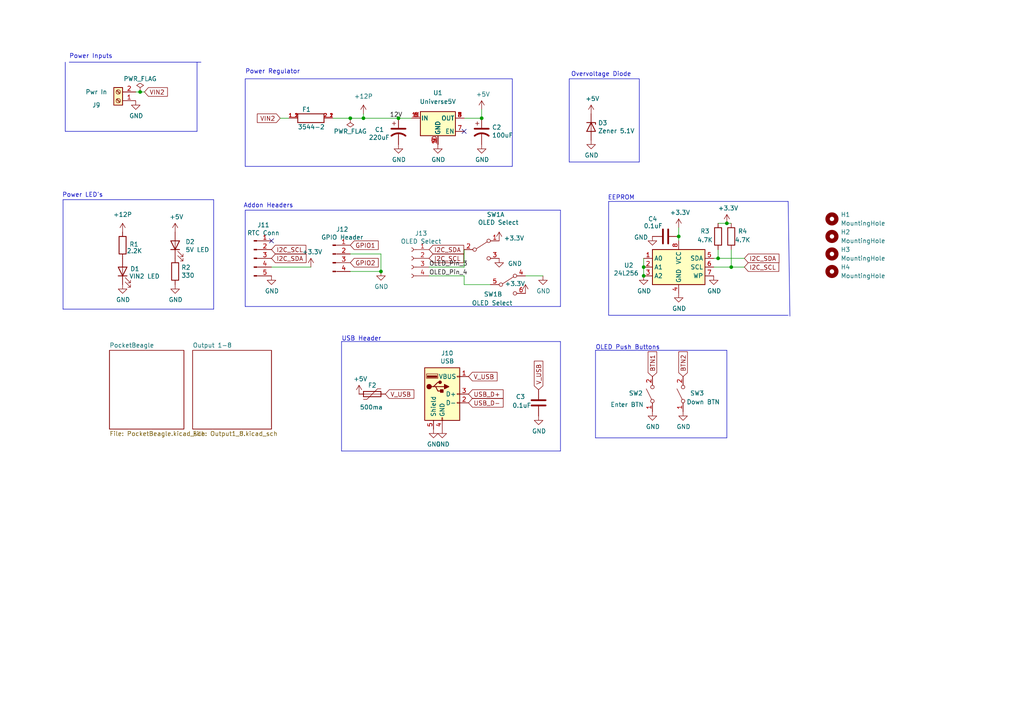
<source format=kicad_sch>
(kicad_sch (version 20230121) (generator eeschema)
  (paper "A4")
  (title_block (title "PB 8 DMX") (date "2023-09-24") (rev "v1") (company "Scott Hanson"))
  (lib_symbols
    (symbol "Connector:Conn_01x04_Female" (pin_names (offset 1.016) hide)
      (property "Reference" "J" (at 0 5.08 0))
      (property "Value" "Conn_01x04_Female" (at 0 -7.62 0))
      (symbol "Conn_01x04_Female_1_1"
        (arc (start 0 -4.572) (mid -0.5058 -5.08) (end 0 -5.588) (stroke (width 0.1524)))
        (arc (start 0 -2.032) (mid -0.5058 -2.54) (end 0 -3.048) (stroke (width 0.1524)))
        (polyline (pts (xy -1.27 -5.08) (xy -0.508 -5.08)) (stroke (width 0.1524)))
        (polyline (pts (xy -1.27 -2.54) (xy -0.508 -2.54)) (stroke (width 0.1524)))
        (polyline (pts (xy -1.27 0) (xy -0.508 0)) (stroke (width 0.1524)))
        (polyline (pts (xy -1.27 2.54) (xy -0.508 2.54)) (stroke (width 0.1524)))
        (arc (start 0 0.508) (mid -0.5058 0) (end 0 -0.508) (stroke (width 0.1524)))
        (arc (start 0 3.048) (mid -0.5058 2.54) (end 0 2.032) (stroke (width 0.1524)))
        (pin passive line (at -5.08 2.54 0) (length 3.81) (name "Pin_1") (number "1"))
        (pin passive line (at -5.08 0 0) (length 3.81) (name "Pin_2") (number "2"))
        (pin passive line (at -5.08 -2.54 0) (length 3.81) (name "Pin_3") (number "3"))
        (pin passive line (at -5.08 -5.08 0) (length 3.81) (name "Pin_4") (number "4"))
      )
    )
    (symbol "Connector:Conn_01x04_Male" (pin_names (offset 1.016) hide)
      (property "Reference" "J" (at 0 5.08 0))
      (property "Value" "Conn_01x04_Male" (at 0 -7.62 0))
      (symbol "Conn_01x04_Male_1_1"
        (polyline (pts (xy 1.27 -5.08) (xy 0.8636 -5.08)) (stroke (width 0.1524)))
        (polyline (pts (xy 1.27 -2.54) (xy 0.8636 -2.54)) (stroke (width 0.1524)))
        (polyline (pts (xy 1.27 0) (xy 0.8636 0)) (stroke (width 0.1524)))
        (polyline (pts (xy 1.27 2.54) (xy 0.8636 2.54)) (stroke (width 0.1524)))
        (rectangle (start 0.8636 -4.953) (end 0 -5.207) (stroke (width 0.1524)) (fill (type outline)))
        (rectangle (start 0.8636 -2.413) (end 0 -2.667) (stroke (width 0.1524)) (fill (type outline)))
        (rectangle (start 0.8636 0.127) (end 0 -0.127) (stroke (width 0.1524)) (fill (type outline)))
        (rectangle (start 0.8636 2.667) (end 0 2.413) (stroke (width 0.1524)) (fill (type outline)))
        (pin passive line (at 5.08 2.54 180) (length 3.81) (name "Pin_1") (number "1"))
        (pin passive line (at 5.08 0 180) (length 3.81) (name "Pin_2") (number "2"))
        (pin passive line (at 5.08 -2.54 180) (length 3.81) (name "Pin_3") (number "3"))
        (pin passive line (at 5.08 -5.08 180) (length 3.81) (name "Pin_4") (number "4"))
      )
    )
    (symbol "Connector:Conn_01x05_Male" (pin_names (offset 1.016) hide)
      (property "Reference" "J" (at 0 7.62 0))
      (property "Value" "Conn_01x05_Male" (at 0 -7.62 0))
      (symbol "Conn_01x05_Male_1_1"
        (polyline (pts (xy 1.27 -5.08) (xy 0.8636 -5.08)) (stroke (width 0.1524)))
        (polyline (pts (xy 1.27 -2.54) (xy 0.8636 -2.54)) (stroke (width 0.1524)))
        (polyline (pts (xy 1.27 0) (xy 0.8636 0)) (stroke (width 0.1524)))
        (polyline (pts (xy 1.27 2.54) (xy 0.8636 2.54)) (stroke (width 0.1524)))
        (polyline (pts (xy 1.27 5.08) (xy 0.8636 5.08)) (stroke (width 0.1524)))
        (rectangle (start 0.8636 -4.953) (end 0 -5.207) (stroke (width 0.1524)) (fill (type outline)))
        (rectangle (start 0.8636 -2.413) (end 0 -2.667) (stroke (width 0.1524)) (fill (type outline)))
        (rectangle (start 0.8636 0.127) (end 0 -0.127) (stroke (width 0.1524)) (fill (type outline)))
        (rectangle (start 0.8636 2.667) (end 0 2.413) (stroke (width 0.1524)) (fill (type outline)))
        (rectangle (start 0.8636 5.207) (end 0 4.953) (stroke (width 0.1524)) (fill (type outline)))
        (pin passive line (at 5.08 5.08 180) (length 3.81) (name "Pin_1") (number "1"))
        (pin passive line (at 5.08 2.54 180) (length 3.81) (name "Pin_2") (number "2"))
        (pin passive line (at 5.08 0 180) (length 3.81) (name "Pin_3") (number "3"))
        (pin passive line (at 5.08 -2.54 180) (length 3.81) (name "Pin_4") (number "4"))
        (pin passive line (at 5.08 -5.08 180) (length 3.81) (name "Pin_5") (number "5"))
      )
    )
    (symbol "Connector:Screw_Terminal_01x02" (pin_names (offset 1.016) hide)
      (property "Reference" "J" (at 0 2.54 0))
      (property "Value" "Screw_Terminal_01x02" (at 0 -5.08 0))
      (symbol "Screw_Terminal_01x02_1_1"
        (rectangle (start -1.27 1.27) (end 1.27 -3.81) (stroke (width 0.254)) (fill (type background)))
        (circle (center 0 -2.54) (radius 0.635) (stroke (width 0.1524)))
        (polyline (pts (xy -0.5334 -2.2098) (xy 0.3302 -3.048)) (stroke (width 0.1524)))
        (polyline (pts (xy -0.5334 0.3302) (xy 0.3302 -0.508)) (stroke (width 0.1524)))
        (polyline (pts (xy -0.3556 -2.032) (xy 0.508 -2.8702)) (stroke (width 0.1524)))
        (polyline (pts (xy -0.3556 0.508) (xy 0.508 -0.3302)) (stroke (width 0.1524)))
        (circle (center 0 0) (radius 0.635) (stroke (width 0.1524)))
        (pin passive line (at -5.08 0 0) (length 3.81) (name "Pin_1") (number "1"))
        (pin passive line (at -5.08 -2.54 0) (length 3.81) (name "Pin_2") (number "2"))
      )
    )
    (symbol "Device:C" (pin_numbers hide) (pin_names (offset 0.254))
      (property "Reference" "C" (at 0.635 2.54 0))
      (property "Value" "C" (at 0.635 -2.54 0))
      (symbol "C_0_1"
        (polyline (pts (xy -2.032 -0.762) (xy 2.032 -0.762)) (stroke (width 0.508)))
        (polyline (pts (xy -2.032 0.762) (xy 2.032 0.762)) (stroke (width 0.508)))
      )
      (symbol "C_1_1"
        (pin passive line (at 0 3.81 270) (length 2.794) (name "~") (number "1"))
        (pin passive line (at 0 -3.81 90) (length 2.794) (name "~") (number "2"))
      )
    )
    (symbol "Device:C_Polarized_US" (pin_numbers hide) (pin_names (offset 0.254) hide)
      (property "Reference" "C" (at 0.635 2.54 0))
      (property "Value" "C_Polarized_US" (at 0.635 -2.54 0))
      (symbol "C_Polarized_US_0_1"
        (polyline (pts (xy -2.032 0.762) (xy 2.032 0.762)) (stroke (width 0.508)))
        (polyline (pts (xy -1.778 2.286) (xy -0.762 2.286)))
        (polyline (pts (xy -1.27 1.778) (xy -1.27 2.794)))
        (arc (start 2.032 -1.27) (mid 0 -0.5572) (end -2.032 -1.27) (stroke (width 0.508)))
      )
      (symbol "C_Polarized_US_1_1"
        (pin passive line (at 0 3.81 270) (length 2.794) (name "~") (number "1"))
        (pin passive line (at 0 -3.81 90) (length 3.302) (name "~") (number "2"))
      )
    )
    (symbol "Device:D_Zener" (pin_numbers hide) (pin_names (offset 1.016) hide)
      (property "Reference" "D" (at 0 2.54 0))
      (property "Value" "D_Zener" (at 0 -2.54 0))
      (symbol "D_Zener_0_1"
        (polyline (pts (xy 1.27 0) (xy -1.27 0)))
        (polyline (pts (xy -1.27 -1.27) (xy -1.27 1.27) (xy -0.762 1.27)) (stroke (width 0.254)))
        (polyline (pts (xy 1.27 -1.27) (xy 1.27 1.27) (xy -1.27 0) (xy 1.27 -1.27)) (stroke (width 0.254)))
      )
      (symbol "D_Zener_1_1"
        (pin passive line (at -3.81 0 0) (length 2.54) (name "K") (number "1"))
        (pin passive line (at 3.81 0 180) (length 2.54) (name "A") (number "2"))
      )
    )
    (symbol "Device:LED" (pin_numbers hide) (pin_names (offset 1.016) hide)
      (property "Reference" "D" (at 0 2.54 0))
      (property "Value" "LED" (at 0 -2.54 0))
      (symbol "LED_0_1"
        (polyline (pts (xy -1.27 -1.27) (xy -1.27 1.27)) (stroke (width 0.254)))
        (polyline (pts (xy -1.27 0) (xy 1.27 0)))
        (polyline (pts (xy 1.27 -1.27) (xy 1.27 1.27) (xy -1.27 0) (xy 1.27 -1.27)) (stroke (width 0.254)))
        (polyline (pts (xy -3.048 -0.762) (xy -4.572 -2.286) (xy -3.81 -2.286) (xy -4.572 -2.286) (xy -4.572 -1.524)))
        (polyline (pts (xy -1.778 -0.762) (xy -3.302 -2.286) (xy -2.54 -2.286) (xy -3.302 -2.286) (xy -3.302 -1.524)))
      )
      (symbol "LED_1_1"
        (pin passive line (at -3.81 0 0) (length 2.54) (name "K") (number "1"))
        (pin passive line (at 3.81 0 180) (length 2.54) (name "A") (number "2"))
      )
    )
    (symbol "Device:Polyfuse" (pin_numbers hide) (pin_names (offset 0))
      (property "Reference" "F" (at -2.54 0 90))
      (property "Value" "Polyfuse" (at 2.54 0 90))
      (symbol "Polyfuse_0_1"
        (rectangle (start -0.762 2.54) (end 0.762 -2.54) (stroke (width 0.254)))
        (polyline (pts (xy 0 2.54) (xy 0 -2.54)))
        (polyline (pts (xy -1.524 2.54) (xy -1.524 1.524) (xy 1.524 -1.524) (xy 1.524 -2.54)))
      )
      (symbol "Polyfuse_1_1"
        (pin passive line (at 0 3.81 270) (length 1.27) (name "~") (number "1"))
        (pin passive line (at 0 -3.81 90) (length 1.27) (name "~") (number "2"))
      )
    )
    (symbol "Device:R" (pin_numbers hide) (pin_names (offset 0))
      (property "Reference" "R" (at 2.032 0 90))
      (property "Value" "R" (at 0 0 90))
      (symbol "R_0_1"
        (rectangle (start -1.016 -2.54) (end 1.016 2.54) (stroke (width 0.254)))
      )
      (symbol "R_1_1"
        (pin passive line (at 0 3.81 270) (length 1.27) (name "~") (number "1"))
        (pin passive line (at 0 -3.81 90) (length 1.27) (name "~") (number "2"))
      )
    )
    (symbol "Mechanical:MountingHole" (pin_names (offset 1.016))
      (property "Reference" "H" (at 0 5.08 0))
      (property "Value" "MountingHole" (at 0 3.175 0))
      (symbol "MountingHole_0_1"
        (circle (center 0 0) (radius 1.27) (stroke (width 1.27)))
      )
    )
    (symbol "Memory_EEPROM:24LC32"
      (property "Reference" "U" (at -6.35 6.35 0))
      (property "Value" "24LC32" (at 1.27 6.35 0))
      (symbol "24LC32_1_1"
        (rectangle (start -7.62 5.08) (end 7.62 -5.08) (stroke (width 0.254)) (fill (type background)))
        (pin input line (at -10.16 2.54 0) (length 2.54) (name "A0") (number "1"))
        (pin input line (at -10.16 0 0) (length 2.54) (name "A1") (number "2"))
        (pin input line (at -10.16 -2.54 0) (length 2.54) (name "A2") (number "3"))
        (pin power_in line (at 0 -7.62 90) (length 2.54) (name "GND") (number "4"))
        (pin bidirectional line (at 10.16 2.54 180) (length 2.54) (name "SDA") (number "5"))
        (pin input line (at 10.16 0 180) (length 2.54) (name "SCL") (number "6"))
        (pin input line (at 10.16 -2.54 180) (length 2.54) (name "WP") (number "7"))
        (pin power_in line (at 0 7.62 270) (length 2.54) (name "VCC") (number "8"))
      )
    )
    (symbol "PB_8_DMX-rescue:USB_A-Connector" (pin_names (offset 1.016))
      (property "Reference" "J" (at -5.08 11.43 0))
      (property "Value" "USB_A-Connector" (at -5.08 8.89 0))
      (symbol "USB_A-Connector_0_1"
        (rectangle (start -5.08 -7.62) (end 5.08 7.62) (stroke (width 0.254)) (fill (type background)))
        (circle (center -3.81 2.159) (radius 0.635) (stroke (width 0.254)) (fill (type outline)))
        (rectangle (start -1.524 4.826) (end -4.318 5.334) (fill (type outline)))
        (rectangle (start -1.27 4.572) (end -4.572 5.842))
        (circle (center -0.635 3.429) (radius 0.381) (stroke (width 0.254)) (fill (type outline)))
        (rectangle (start -0.127 -7.62) (end 0.127 -6.858))
        (polyline (pts (xy -3.175 2.159) (xy -2.54 2.159) (xy -1.27 3.429) (xy -0.635 3.429)) (stroke (width 0.254)))
        (polyline (pts (xy -2.54 2.159) (xy -1.905 2.159) (xy -1.27 0.889) (xy 0 0.889)) (stroke (width 0.254)))
        (polyline (pts (xy 0.635 2.794) (xy 0.635 1.524) (xy 1.905 2.159) (xy 0.635 2.794)) (stroke (width 0.254)) (fill (type outline)))
        (rectangle (start 0.254 1.27) (end -0.508 0.508) (stroke (width 0.254)) (fill (type outline)))
        (rectangle (start 5.08 -2.667) (end 4.318 -2.413))
        (rectangle (start 5.08 -0.127) (end 4.318 0.127))
        (rectangle (start 5.08 4.953) (end 4.318 5.207))
      )
      (symbol "USB_A-Connector_1_1"
        (polyline (pts (xy -1.905 2.159) (xy 0.635 2.159)) (stroke (width 0.254)))
        (pin power_in line (at 7.62 5.08 180) (length 2.54) (name "VBUS") (number "1"))
        (pin passive line (at 7.62 -2.54 180) (length 2.54) (name "D-") (number "2"))
        (pin passive line (at 7.62 0 180) (length 2.54) (name "D+") (number "3"))
        (pin power_in line (at 0 -10.16 90) (length 2.54) (name "GND") (number "4"))
        (pin passive line (at -2.54 -10.16 90) (length 2.54) (name "Shield") (number "5"))
      )
    )
    (symbol "Scotts:3544-2" (pin_names (offset 1.016) hide)
      (property "Reference" "F?" (at -3.81 2.54 0))
      (property "Value" "3544-2" (at -3.81 -2.54 0))
      (symbol "3544-2_0_0"
        (polyline (pts (xy -3.81 -1.27) (xy -3.81 1.27)) (stroke (width 0.254)))
        (polyline (pts (xy -3.81 1.27) (xy 3.81 1.27)) (stroke (width 0.254)))
        (polyline (pts (xy 3.81 -1.27) (xy -3.81 -1.27)) (stroke (width 0.254)))
        (polyline (pts (xy 3.81 1.27) (xy 3.81 -1.27)) (stroke (width 0.254)))
        (text "~" (at 0 0 0) (effects (font (size 1.27 1.27))))
        (pin passive line (at -6.35 0 0) (length 2.54) (name "1") (number "1_1"))
        (pin passive line (at -6.35 0 0) (length 2.54) (name "1") (number "1_2"))
        (pin passive line (at 6.35 0 180) (length 2.54) (name "2") (number "2_1"))
        (pin passive line (at 6.35 0 180) (length 2.54) (name "2") (number "2_2"))
      )
    )
    (symbol "Scotts:Universe5V" (pin_names (offset 0.254))
      (property "Reference" "U2" (at 0 7.366 0))
      (property "Value" "Universe5V" (at 0 4.826 0))
      (symbol "Universe5V_0_0"
        (pin power_in line (at 0 -7.62 90) (length 2.54) (name "GND") (number "10"))
        (pin power_in line (at -7.62 0 0) (length 2.54) (name "IN") (number "11"))
        (pin output line (at 7.62 0 180) (length 2.54) (name "OUT") (number "4"))
        (pin power_in line (at 0 -7.62 90) (length 2.54) (name "GND") (number "5"))
        (pin power_in line (at -7.62 0 0) (length 2.54) (name "IN") (number "6"))
        (pin input line (at 7.62 -3.81 180) (length 2.54) (name "EN") (number "7"))
        (pin output line (at 7.62 0 180) (length 2.54) (name "OUT") (number "8"))
        (pin power_in line (at 0 -7.62 90) (length 2.54) (name "GND") (number "9"))
      )
      (symbol "Universe5V_0_1"
        (rectangle (start -5.08 1.905) (end 5.08 -5.08) (stroke (width 0.254)) (fill (type background)))
      )
      (symbol "Universe5V_1_1"
        (pin power_in line (at -7.62 0 0) (length 2.54) (name "IN") (number "1"))
        (pin power_in line (at 0 -7.62 90) (length 2.54) (name "GND") (number "2"))
        (pin power_out line (at 7.62 0 180) (length 2.54) (name "OUT") (number "3"))
      )
    )
    (symbol "Switch:SW_DPDT_x2" (pin_names (offset 0) hide)
      (property "Reference" "SW" (at 0 4.318 0))
      (property "Value" "SW_DPDT_x2" (at 0 -5.08 0))
      (symbol "SW_DPDT_x2_0_0"
        (circle (center -2.032 0) (radius 0.508))
        (circle (center 2.032 -2.54) (radius 0.508))
      )
      (symbol "SW_DPDT_x2_0_1"
        (polyline (pts (xy -1.524 0.254) (xy 1.651 2.286)))
        (circle (center 2.032 2.54) (radius 0.508))
      )
      (symbol "SW_DPDT_x2_1_1"
        (pin passive line (at 5.08 2.54 180) (length 2.54) (name "A") (number "1"))
        (pin passive line (at -5.08 0 0) (length 2.54) (name "B") (number "2"))
        (pin passive line (at 5.08 -2.54 180) (length 2.54) (name "C") (number "3"))
      )
      (symbol "SW_DPDT_x2_2_1"
        (pin passive line (at 5.08 2.54 180) (length 2.54) (name "A") (number "4"))
        (pin passive line (at -5.08 0 0) (length 2.54) (name "B") (number "5"))
        (pin passive line (at 5.08 -2.54 180) (length 2.54) (name "C") (number "6"))
      )
    )
    (symbol "Switch:SW_SPST" (pin_names (offset 0) hide)
      (property "Reference" "SW" (at 0 3.175 0))
      (property "Value" "SW_SPST" (at 0 -2.54 0))
      (symbol "SW_SPST_0_0"
        (circle (center -2.032 0) (radius 0.508))
        (polyline (pts (xy -1.524 0.254) (xy 1.524 1.778)))
        (circle (center 2.032 0) (radius 0.508))
      )
      (symbol "SW_SPST_1_1"
        (pin passive line (at -5.08 0 0) (length 2.54) (name "A") (number "1"))
        (pin passive line (at 5.08 0 180) (length 2.54) (name "B") (number "2"))
      )
    )
    (symbol "power:+12P" (power) (pin_names (offset 0))
      (property "Value" "+12P" (at 0 3.556 0))
      (symbol "+12P_0_1"
        (polyline (pts (xy -0.762 1.27) (xy 0 2.54)))
        (polyline (pts (xy 0 0) (xy 0 2.54)))
        (polyline (pts (xy 0 2.54) (xy 0.762 1.27)))
      )
      (symbol "+12P_1_1"
        (pin power_in line (at 0 0 90) (length 0) hide (name "+12P") (number "1"))
      )
    )
    (symbol "power:+3.3V" (power) (pin_names (offset 0))
      (property "Value" "+3.3V" (at 0 3.556 0))
      (symbol "+3.3V_0_1"
        (polyline (pts (xy -0.762 1.27) (xy 0 2.54)))
        (polyline (pts (xy 0 0) (xy 0 2.54)))
        (polyline (pts (xy 0 2.54) (xy 0.762 1.27)))
      )
      (symbol "+3.3V_1_1"
        (pin power_in line (at 0 0 90) (length 0) hide (name "+3.3V") (number "1"))
      )
    )
    (symbol "power:+5V" (power) (pin_names (offset 0))
      (property "Value" "+5V" (at 0 3.556 0))
      (symbol "+5V_0_1"
        (polyline (pts (xy -0.762 1.27) (xy 0 2.54)))
        (polyline (pts (xy 0 0) (xy 0 2.54)))
        (polyline (pts (xy 0 2.54) (xy 0.762 1.27)))
      )
      (symbol "+5V_1_1"
        (pin power_in line (at 0 0 90) (length 0) hide (name "+5V") (number "1"))
      )
    )
    (symbol "power:GND" (power) (pin_names (offset 0))
      (property "Value" "GND" (at 0 -3.81 0))
      (symbol "GND_0_1"
        (polyline (pts (xy 0 0) (xy 0 -1.27) (xy 1.27 -1.27) (xy 0 -2.54) (xy -1.27 -1.27) (xy 0 -1.27)))
      )
      (symbol "GND_1_1"
        (pin power_in line (at 0 0 270) (length 0) hide (name "GND") (number "1"))
      )
    )
    (symbol "power:PWR_FLAG" (power) (pin_numbers hide) (pin_names (offset 0) hide)
      (property "Value" "PWR_FLAG" (at 0 3.81 0))
      (symbol "PWR_FLAG_0_0"
        (pin power_out line (at 0 0 90) (length 0) (name "pwr") (number "1"))
      )
      (symbol "PWR_FLAG_0_1"
        (polyline (pts (xy 0 0) (xy 0 1.27) (xy -1.016 1.905) (xy 0 2.54) (xy 1.016 1.905) (xy 0 1.27)))
      )
    )
  )
  (junction (at 212.09 77.47))
  (junction (at 186.69 80.01))
  (junction (at 40.64 26.67))
  (junction (at 210.82 64.77))
  (junction (at 196.85 68.58))
  (junction (at 208.28 74.93))
  (junction (at 139.7 34.29))
  (junction (at 115.57 34.29))
  (junction (at 101.6 34.29))
  (junction (at 105.41 34.29))
  (junction (at 110.49 78.74))
  (junction (at 186.69 77.47))
  (no_connect (at 78.74 69.85))
  (no_connect (at 134.62 38.1))
  (polyline (pts (xy 148.59 22.86) (xy 148.59 48.26)))
  (wire (pts (xy 115.57 34.29) (xy 119.38 34.29)))
  (wire (pts (xy 110.49 78.74) (xy 101.6 78.74)))
  (polyline (pts (xy 162.56 88.9) (xy 162.56 60.96)))
  (polyline (pts (xy 210.82 127) (xy 172.72 127)))
  (wire (pts (xy 208.28 74.93) (xy 215.9 74.93)))
  (polyline (pts (xy 99.06 99.06) (xy 162.56 99.06)))
  (wire (pts (xy 212.09 72.39) (xy 212.09 77.47)))
  (polyline (pts (xy 176.53 58.42) (xy 228.6 58.42)))
  (wire (pts (xy 208.28 72.39) (xy 208.28 74.93)))
  (wire (pts (xy 40.64 26.67) (xy 39.37 26.67)))
  (wire (pts (xy 196.85 68.58) (xy 196.85 66.04)))
  (polyline (pts (xy 18.288 57.912) (xy 61.976 57.912)))
  (polyline (pts (xy 162.56 130.81) (xy 99.06 130.81)))
  (polyline (pts (xy 176.53 91.44) (xy 176.53 58.42)))
  (wire (pts (xy 215.9 77.47) (xy 212.09 77.47)))
  (polyline (pts (xy 71.12 22.86) (xy 148.59 22.86)))
  (polyline (pts (xy 57.15 38.1) (xy 18.923 38.1)))
  (wire (pts (xy 207.01 74.93) (xy 208.28 74.93)))
  (wire (pts (xy 186.69 74.93) (xy 186.69 77.47)))
  (wire (pts (xy 101.6 34.29) (xy 105.41 34.29)))
  (wire (pts (xy 83.82 34.29) (xy 81.28 34.29)))
  (wire (pts (xy 212.09 77.47) (xy 207.01 77.47)))
  (polyline (pts (xy 210.82 101.6) (xy 210.82 127)))
  (polyline (pts (xy 18.288 89.662) (xy 18.288 57.912)))
  (wire (pts (xy 105.41 34.29) (xy 115.57 34.29)))
  (polyline (pts (xy 228.6 91.44) (xy 176.53 91.44)))
  (polyline (pts (xy 57.15 18.034) (xy 57.15 38.1)))
  (wire (pts (xy 96.52 34.29) (xy 101.6 34.29)))
  (polyline (pts (xy 165.1 46.99) (xy 165.1 22.86)))
  (wire (pts (xy 134.62 80.01) (xy 134.62 82.55)))
  (wire (pts (xy 105.41 33.02) (xy 105.41 34.29)))
  (wire (pts (xy 110.49 73.66) (xy 110.49 78.74)))
  (wire (pts (xy 124.46 80.01) (xy 134.62 80.01)))
  (wire (pts (xy 186.69 77.47) (xy 186.69 80.01)))
  (wire (pts (xy 210.82 64.77) (xy 212.09 64.77)))
  (polyline (pts (xy 61.976 57.912) (xy 61.976 89.662)))
  (polyline (pts (xy 61.976 89.662) (xy 18.288 89.662)))
  (polyline (pts (xy 162.56 99.06) (xy 162.56 130.81)))
  (wire (pts (xy 134.62 72.39) (xy 134.62 77.47)))
  (wire (pts (xy 78.74 77.47) (xy 90.17 77.47)))
  (wire (pts (xy 124.46 77.47) (xy 134.62 77.47)))
  (wire (pts (xy 196.85 69.85) (xy 196.85 68.58)))
  (polyline (pts (xy 228.6 58.42) (xy 229.108 91.694)))
  (wire (pts (xy 134.62 34.29) (xy 139.7 34.29)))
  (polyline (pts (xy 18.923 38.1) (xy 18.923 18.034)))
  (wire (pts (xy 101.6 73.66) (xy 110.49 73.66)))
  (wire (pts (xy 41.91 26.67) (xy 40.64 26.67)))
  (polyline (pts (xy 185.42 22.86) (xy 185.42 46.99)))
  (polyline (pts (xy 71.12 48.26) (xy 71.12 22.86)))
  (wire (pts (xy 208.28 64.77) (xy 210.82 64.77)))
  (polyline (pts (xy 162.56 60.96) (xy 71.12 60.96)))
  (polyline (pts (xy 172.72 101.6) (xy 210.82 101.6)))
  (polyline (pts (xy 71.12 88.9) (xy 162.56 88.9)))
  (polyline (pts (xy 148.59 48.26) (xy 71.12 48.26)))
  (wire (pts (xy 142.24 82.55) (xy 134.62 82.55)))
  (polyline (pts (xy 71.12 60.96) (xy 71.12 88.9)))
  (wire (pts (xy 157.48 80.01) (xy 152.4 80.01)))
  (polyline (pts (xy 165.1 22.86) (xy 185.42 22.86)))
  (polyline (pts (xy 99.06 130.81) (xy 99.06 99.06)))
  (polyline (pts (xy 172.72 127) (xy 172.72 101.6)))
  (polyline (pts (xy 20.066 18.034) (xy 58.293 18.034)))
  (polyline (pts (xy 185.42 46.99) (xy 165.1 46.99)))
  (wire (pts (xy 139.7 34.29) (xy 139.7 31.75)))
  (text "Overvoltage Diode" (at 165.608 22.352 0) (effects (font (size 1.27 1.27)) (justify left bottom)))
  (text "EEPROM" (at 176.276 58.166 0) (effects (font (size 1.27 1.27)) (justify left bottom)))
  (text "USB Header" (at 99.06 99.06 0) (effects (font (size 1.27 1.27)) (justify left bottom)))
  (text "OLED Push Buttons" (at 172.72 101.6 0) (effects (font (size 1.27 1.27)) (justify left bottom)))
  (text "Addon Headers" (at 70.612 60.452 0) (effects (font (size 1.27 1.27)) (justify left bottom)))
  (text "Power Regulator" (at 71.12 21.59 0) (effects (font (size 1.27 1.27)) (justify left bottom)))
  (text "Power LED's" (at 18.034 57.404 0) (effects (font (size 1.27 1.27)) (justify left bottom)))
  (text "Power Inputs" (at 20.066 17.145 0) (effects (font (size 1.27 1.27)) (justify left bottom)))
  (label "OLED_Pin_4" (at 124.46 80.01 0))
  (label "OLED_Pin_3" (at 124.46 77.47 0))
  (label "12V" (at 113.03 34.29 0))
  (global_label "VIN2" (shape input) (at 81.28 34.29 180) (property "Intersheetrefs" "${INTERSHEET_REFS}" (effects hide)))
  (global_label "USB_D+" (shape input) (at 135.89 114.3 0) (property "Intersheetrefs" "${INTERSHEET_REFS}" (effects hide)))
  (global_label "I2C_SDA" (shape input) (at 78.74 74.93 0) (property "Intersheetrefs" "${INTERSHEET_REFS}" (effects hide)))
  (global_label "BTN2" (shape input) (at 198.12 109.22 90) (property "Intersheetrefs" "${INTERSHEET_REFS}" (effects hide)))
  (global_label "BTN1" (shape input) (at 189.23 109.22 90) (property "Intersheetrefs" "${INTERSHEET_REFS}" (effects hide)))
  (global_label "I2C_SCL" (shape input) (at 215.9 77.47 0) (property "Intersheetrefs" "${INTERSHEET_REFS}" (effects hide)))
  (global_label "I2C_SCL" (shape input) (at 78.74 72.39 0) (property "Intersheetrefs" "${INTERSHEET_REFS}" (effects hide)))
  (global_label "I2C_SCL" (shape input) (at 124.46 74.93 0) (property "Intersheetrefs" "${INTERSHEET_REFS}" (effects hide)))
  (global_label "V_USB" (shape input) (at 135.89 109.22 0) (property "Intersheetrefs" "${INTERSHEET_REFS}" (effects hide)))
  (global_label "VIN2" (shape input) (at 41.91 26.67 0) (property "Intersheetrefs" "${INTERSHEET_REFS}" (effects hide)))
  (global_label "GPIO2" (shape input) (at 101.6 76.2 0) (property "Intersheetrefs" "${INTERSHEET_REFS}" (effects hide)))
  (global_label "V_USB" (shape input) (at 111.76 114.3 0) (property "Intersheetrefs" "${INTERSHEET_REFS}" (effects hide)))
  (global_label "V_USB" (shape input) (at 156.21 113.03 90) (property "Intersheetrefs" "${INTERSHEET_REFS}" (effects hide)))
  (global_label "GPIO1" (shape input) (at 101.6 71.12 0) (property "Intersheetrefs" "${INTERSHEET_REFS}" (effects hide)))
  (global_label "I2C_SDA" (shape input) (at 215.9 74.93 0) (property "Intersheetrefs" "${INTERSHEET_REFS}" (effects hide)))
  (global_label "USB_D-" (shape input) (at 135.89 116.84 0) (property "Intersheetrefs" "${INTERSHEET_REFS}" (effects hide)))
  (global_label "I2C_SDA" (shape input) (at 124.46 72.39 0) (property "Intersheetrefs" "${INTERSHEET_REFS}" (effects hide)))
  (symbol (lib_id "Device:C_Polarized_US") (at 139.7 38.1 0) (unit 1)
    (property "Reference" "C2" (at 142.6972 36.9316 0) (effects (justify left)))
    (property "Value" "100uF" (at 142.6972 39.243 0) (effects (justify left)))
    (property "Footprint" "Capacitor_THT:CP_Radial_D5.0mm_P2.00mm" (effects hide))
    (property "Digi-Key_PN" "1189-1148-ND" (effects hide))
    (property "MPN" "16ZLH100MEFC5X11" (effects hide))
  )
  (symbol (lib_id "Device:C_Polarized_US") (at 115.57 38.1 0) (unit 1)
    (property "Reference" "C1" (at 108.712 37.592 0) (effects (justify left)))
    (property "Value" "220uF" (at 106.934 39.878 0) (effects (justify left)))
    (property "Footprint" "Capacitor_THT:CP_Radial_D10.0mm_P5.00mm" (effects hide))
    (property "Digi-Key_PN" "P5183-ND" (effects hide))
    (property "MPN" "ECA-1HM221" (effects hide))
  )
  (symbol (lib_id "power:GND") (at 127 41.91 0) (unit 1)
    (property "Reference" "#PWR013" (effects hide))
    (property "Value" "GND" (at 127.127 46.3042 0))
  )
  (symbol (lib_id "power:GND") (at 139.7 41.91 0) (unit 1)
    (property "Reference" "#PWR016" (effects hide))
    (property "Value" "GND" (at 139.827 46.3042 0))
  )
  (symbol (lib_id "power:GND") (at 115.57 41.91 0) (unit 1)
    (property "Reference" "#PWR011" (effects hide))
    (property "Value" "GND" (at 115.697 46.3042 0))
  )
  (symbol (lib_id "power:+5V") (at 139.7 31.75 0) (unit 1)
    (property "Reference" "#PWR015" (effects hide))
    (property "Value" "+5V" (at 140.081 27.3558 0))
  )
  (symbol (lib_id "Scotts:3544-2") (at 90.17 34.29 0) (unit 1)
    (property "Reference" "F1" (at 87.63 31.75 0) (effects (justify left)))
    (property "Value" "3544-2" (at 86.36 36.83 0) (effects (justify left)))
    (property "Footprint" "Keystone_Fuse:FUSE_3544-2" (effects hide))
    (property "Field4" "3544-2" (effects hide))
    (property "Field5" "None" (effects hide))
    (property "Field6" "Unavailable" (effects hide))
    (property "Field7" "Fuse Clip; 500 VAC; 30 A; PCB; For 0.110 in. x 0.032 in. mini blade fuses" (effects hide))
    (property "Field8" "Keystone Electronics" (effects hide))
    (property "Digi-Key_PN" "36-3544-2-ND" (effects hide))
    (property "MPN" "3544-2" (effects hide))
  )
  (symbol (lib_id "Device:D_Zener") (at 171.45 36.83 270) (unit 1)
    (property "Reference" "D3" (at 173.4566 35.6616 90) (effects (justify left)))
    (property "Value" "Zener 5.1V" (at 173.4566 37.973 90) (effects (justify left)))
    (property "Footprint" "Diode_THT:D_5W_P10.16mm_Horizontal" (effects hide))
    (property "Digi-Key_PN" "1N5338BRLGOSCT-ND" (effects hide))
    (property "MPN" "1N5338BRLG" (effects hide))
  )
  (symbol (lib_id "power:+5V") (at 171.45 33.02 0) (unit 1)
    (property "Reference" "#PWR022" (effects hide))
    (property "Value" "+5V" (at 171.831 28.6258 0))
  )
  (symbol (lib_id "power:GND") (at 171.45 40.64 0) (unit 1)
    (property "Reference" "#PWR023" (effects hide))
    (property "Value" "GND" (at 171.577 45.0342 0))
  )
  (symbol (lib_id "Device:Polyfuse") (at 107.95 114.3 270) (unit 1)
    (property "Reference" "F2" (at 107.95 111.76 90))
    (property "Value" "500ma" (at 107.696 118.11 90))
    (property "Footprint" "Fuse:Fuse_BelFuse_0ZRE0005FF_L8.3mm_W3.8mm" (effects hide))
    (property "Digi-Key_PN" "RXEF050-2HFCT-ND" (effects hide))
    (property "MPN" "RXEF050-2" (effects hide))
  )
  (symbol (lib_id "power:+5V") (at 104.14 114.3 0) (unit 1)
    (property "Reference" "#PWR08" (effects hide))
    (property "Value" "+5V" (at 104.521 109.9058 0))
  )
  (symbol (lib_id "PB_8_DMX-rescue:USB_A-Connector") (at 128.27 114.3 0) (unit 1)
    (property "Reference" "J10" (at 129.7178 102.4382 0))
    (property "Value" "USB" (at 129.7178 104.7496 0))
    (property "Footprint" "Connector_USB:USB_A_Molex_105057_Vertical" (effects hide))
    (property "Datasheet" " ~" (effects hide))
    (property "Digi-Key_PN" "WM8672-ND" (effects hide))
    (property "MPN" "1050570001" (effects hide))
  )
  (symbol (lib_id "power:GND") (at 125.73 124.46 0) (unit 1)
    (property "Reference" "#PWR012" (effects hide))
    (property "Value" "GND" (at 125.857 128.8542 0))
  )
  (symbol (lib_id "Connector:Conn_01x05_Male") (at 73.66 74.93 0) (unit 1)
    (property "Reference" "J11" (at 76.4032 65.2526 0))
    (property "Value" "RTC Conn" (at 76.4032 67.564 0))
    (property "Footprint" "Connector_PinHeader_2.54mm:PinHeader_1x05_P2.54mm_Vertical" (effects hide))
    (property "Digi-Key_PN" "732-5318-ND" (effects hide))
    (property "MPN" "61300511121" (effects hide))
  )
  (symbol (lib_id "power:GND") (at 78.74 80.01 0) (unit 1)
    (property "Reference" "#PWR06" (effects hide))
    (property "Value" "GND" (at 78.867 84.4042 0))
  )
  (symbol (lib_id "power:GND") (at 128.27 124.46 0) (unit 1)
    (property "Reference" "#PWR014" (effects hide))
    (property "Value" "GND" (at 128.397 128.8542 0))
  )
  (symbol (lib_id "Device:C") (at 156.21 116.84 0) (unit 1)
    (property "Reference" "C3" (at 149.606 115.062 0) (effects (justify left)))
    (property "Value" "0.1uF" (at 148.59 117.602 0) (effects (justify left)))
    (property "Footprint" "Capacitor_THT:C_Rect_L7.0mm_W2.0mm_P5.00mm" (effects hide))
    (property "Digi-Key_PN" "478-7336-1-ND" (effects hide))
    (property "MPN" "SR215C104KARTR1" (effects hide))
  )
  (symbol (lib_id "power:GND") (at 156.21 120.65 0) (unit 1)
    (property "Reference" "#PWR020" (effects hide))
    (property "Value" "GND" (at 156.337 125.0442 0))
  )
  (symbol (lib_id "Connector:Conn_01x04_Female") (at 119.38 74.93 0) (mirror y) (unit 1)
    (property "Reference" "J13" (at 122.1232 67.691 0))
    (property "Value" "OLED Select" (at 122.1232 70.0024 0))
    (property "Footprint" "Connector_PinSocket_2.54mm:PinSocket_1x04_P2.54mm_Vertical" (effects hide))
    (property "Digi-Key_PN" "S7002-ND" (effects hide))
    (property "MPN" "PPTC041LFBN-RC" (effects hide))
  )
  (symbol (lib_id "power:GND") (at 157.48 80.01 0) (unit 1)
    (property "Reference" "#PWR021" (effects hide))
    (property "Value" "GND" (at 157.607 84.4042 0))
  )
  (symbol (lib_id "power:GND") (at 144.78 74.93 0) (unit 1)
    (property "Reference" "#PWR018" (effects hide))
    (property "Value" "GND" (at 149.352 76.454 0))
  )
  (symbol (lib_id "power:+3.3V") (at 152.4 85.09 0) (unit 1)
    (property "Reference" "#PWR019" (effects hide))
    (property "Value" "+3.3V" (at 149.352 82.296 0))
  )
  (symbol (lib_id "power:+3.3V") (at 90.17 77.47 0) (unit 1)
    (property "Reference" "#PWR07" (effects hide))
    (property "Value" "+3.3V" (at 90.551 73.0758 0))
  )
  (symbol (lib_id "power:+3.3V") (at 144.78 69.85 0) (unit 1)
    (property "Reference" "#PWR017" (effects hide))
    (property "Value" "+3.3V" (at 149.098 69.088 0))
  )
  (symbol (lib_id "Switch:SW_DPDT_x2") (at 139.7 72.39 0) (unit 1)
    (property "Reference" "SW1" (at 143.764 62.23 0))
    (property "Value" "OLED Select" (at 144.526 64.516 0))
    (property "Footprint" "Button_Switch_THT:SW_CuK_JS202011CQN_DPDT_Straight" (effects hide))
    (property "Digi-Key_PN" "401-2001-ND" (effects hide))
    (property "MPN" "JS202011CQN" (effects hide))
  )
  (symbol (lib_id "Switch:SW_DPDT_x2") (at 147.32 82.55 0) (unit 2)
    (property "Reference" "SW1" (at 143.002 85.344 0))
    (property "Value" "OLED Select" (at 142.748 87.884 0))
    (property "Footprint" "Button_Switch_THT:SW_CuK_JS202011CQN_DPDT_Straight" (effects hide))
    (property "Digi-Key_PN" "401-2001-ND" (effects hide))
    (property "MPN" "JS202011CQN" (effects hide))
  )
  (symbol (lib_id "Device:LED") (at 35.56 78.74 90) (unit 1)
    (property "Reference" "D1" (at 39.116 77.978 90))
    (property "Value" "VIN2 LED" (at 41.91 80.137 90))
    (property "Footprint" "LED_THT:LED_D3.0mm_Clear" (effects hide))
    (property "Digi-Key_PN" "754-1217-ND" (effects hide))
    (property "MPN" "WP3A8GD" (effects hide))
  )
  (symbol (lib_id "Device:R") (at 35.56 71.12 180) (unit 1)
    (property "Reference" "R1" (at 38.862 70.866 0))
    (property "Value" "2.2K" (at 38.989 72.771 0))
    (property "Footprint" "Resistor_THT:R_Axial_DIN0207_L6.3mm_D2.5mm_P7.62mm_Horizontal" (effects hide))
    (property "Digi-Key_PN" "CF14JT2K20CT-ND" (effects hide))
    (property "MPN" "CF14JT2K20" (effects hide))
  )
  (symbol (lib_id "power:GND") (at 35.56 82.55 0) (unit 1)
    (property "Reference" "#PWR02" (effects hide))
    (property "Value" "GND" (at 35.687 86.9442 0))
  )
  (symbol (lib_id "Connector:Screw_Terminal_01x02") (at 34.29 29.21 180) (unit 1)
    (property "Reference" "J9" (at 27.94 30.48 0))
    (property "Value" "Pwr In" (at 27.94 26.67 0))
    (property "Footprint" "TerminalBlock_Phoenix:TerminalBlock_Phoenix_MKDS-1,5-2_1x02_P5.00mm_Horizontal" (effects hide))
    (property "Digi-Key_PN" "277-1947-ND" (effects hide))
    (property "MPN" "1727010" (effects hide))
  )
  (symbol (lib_id "power:GND") (at 39.37 29.21 0) (unit 1)
    (property "Reference" "#PWR03" (effects hide))
    (property "Value" "GND" (at 39.497 33.6042 0))
  )
  (symbol (lib_id "Device:R") (at 50.8 78.74 180) (unit 1)
    (property "Reference" "R2" (at 52.578 77.5716 0) (effects (justify right)))
    (property "Value" "330" (at 52.578 79.883 0) (effects (justify right)))
    (property "Footprint" "Resistor_THT:R_Axial_DIN0207_L6.3mm_D2.5mm_P7.62mm_Horizontal" (effects hide))
    (property "Digi-Key_PN" "CF14JT330RCT-ND" (effects hide))
    (property "MPN" "CF14JT330R" (effects hide))
  )
  (symbol (lib_id "Device:LED") (at 50.8 71.12 90) (unit 1)
    (property "Reference" "D2" (at 53.7718 70.1294 90) (effects (justify right)))
    (property "Value" "5V LED" (at 53.7718 72.4408 90) (effects (justify right)))
    (property "Footprint" "LED_THT:LED_D3.0mm_Clear" (effects hide))
    (property "Digi-Key_PN" "754-1217-ND" (effects hide))
    (property "MPN" "WP3A8GD" (effects hide))
  )
  (symbol (lib_id "power:+5V") (at 50.8 67.31 0) (unit 1)
    (property "Reference" "#PWR04" (effects hide))
    (property "Value" "+5V" (at 51.181 62.9158 0))
  )
  (symbol (lib_id "power:GND") (at 50.8 82.55 0) (unit 1)
    (property "Reference" "#PWR05" (effects hide))
    (property "Value" "GND" (at 50.927 86.9442 0))
  )
  (symbol (lib_id "Connector:Conn_01x04_Male") (at 96.52 73.66 0) (unit 1)
    (property "Reference" "J12" (at 99.2632 66.5226 0))
    (property "Value" "GPIO Header" (at 99.2632 68.834 0))
    (property "Footprint" "Connector_JST:JST_XH_B4B-XH-A_1x04_P2.50mm_Vertical" (effects hide))
    (property "Digi-Key_PN" "455-2249-ND" (effects hide))
    (property "MPN" "B4B-XH-A(LF)(SN)" (effects hide))
  )
  (symbol (lib_id "power:GND") (at 110.49 78.74 0) (unit 1)
    (property "Reference" "#PWR010" (effects hide))
    (property "Value" "GND" (at 110.617 83.1342 0))
  )
  (symbol (lib_id "Memory_EEPROM:24LC32") (at 196.85 77.47 0) (unit 1)
    (property "Reference" "U2" (at 182.372 76.962 0))
    (property "Value" "24L256" (at 181.61 79.248 0))
    (property "Footprint" "Package_DIP:DIP-8_W7.62mm" (effects hide))
    (property "Datasheet" "http://ww1.microchip.com/downloads/en/DeviceDoc/21072G.pdf" (effects hide))
    (property "Digi-Key_PN" "1219-1052-ND" (effects hide))
    (property "MPN" "FT24C256A-UDR-B" (effects hide))
  )
  (symbol (lib_id "power:GND") (at 207.01 80.01 0) (unit 1)
    (property "Reference" "#PWR030" (effects hide))
    (property "Value" "GND" (at 207.137 84.4042 0))
  )
  (symbol (lib_id "power:+3.3V") (at 196.85 66.04 0) (unit 1)
    (property "Reference" "#PWR027" (effects hide))
    (property "Value" "+3.3V" (at 197.231 61.6458 0))
  )
  (symbol (lib_id "power:GND") (at 196.85 85.09 0) (unit 1)
    (property "Reference" "#PWR028" (effects hide))
    (property "Value" "GND" (at 196.977 89.4842 0))
  )
  (symbol (lib_id "power:GND") (at 189.23 68.58 0) (unit 1)
    (property "Reference" "#PWR025" (effects hide))
    (property "Value" "GND" (at 185.928 68.834 0))
  )
  (symbol (lib_id "Device:C") (at 193.04 68.58 270) (unit 1)
    (property "Reference" "C4" (at 187.96 63.5 90) (effects (justify left)))
    (property "Value" "0.1uF" (at 186.69 65.532 90) (effects (justify left)))
    (property "Footprint" "Capacitor_THT:C_Rect_L7.0mm_W2.0mm_P5.00mm" (effects hide))
    (property "Digi-Key_PN" "478-7336-1-ND" (effects hide))
    (property "MPN" "SR215C104KARTR1" (effects hide))
  )
  (symbol (lib_id "Device:R") (at 208.28 68.58 180) (unit 1)
    (property "Reference" "R3" (at 204.47 67.056 0))
    (property "Value" "4.7K" (at 204.47 69.596 0))
    (property "Footprint" "Resistor_THT:R_Axial_DIN0207_L6.3mm_D2.5mm_P7.62mm_Horizontal" (effects hide))
    (property "Digi-Key_PN" "CF14JT4K70CT-ND" (effects hide))
    (property "MPN" "CF14JT4K70" (effects hide))
  )
  (symbol (lib_id "Device:R") (at 212.09 68.58 180) (unit 1)
    (property "Reference" "R4" (at 215.392 67.056 0))
    (property "Value" "4.7K" (at 215.392 69.596 0))
    (property "Footprint" "Resistor_THT:R_Axial_DIN0207_L6.3mm_D2.5mm_P7.62mm_Horizontal" (effects hide))
    (property "Digi-Key_PN" "CF14JT4K70CT-ND" (effects hide))
    (property "MPN" "CF14JT4K70" (effects hide))
  )
  (symbol (lib_id "power:+3.3V") (at 210.82 64.77 0) (unit 1)
    (property "Reference" "#PWR031" (effects hide))
    (property "Value" "+3.3V" (at 211.201 60.3758 0))
  )
  (symbol (lib_id "power:GND") (at 186.69 80.01 0) (unit 1)
    (property "Reference" "#PWR024" (effects hide))
    (property "Value" "GND" (at 186.817 84.4042 0))
  )
  (symbol (lib_id "Switch:SW_SPST") (at 189.23 114.3 90) (unit 1)
    (property "Reference" "SW2" (at 182.372 114.046 90) (effects (justify right)))
    (property "Value" "Enter BTN" (at 177.038 117.348 90) (effects (justify right)))
    (property "Footprint" "Button_Switch_THT:SW_PUSH_6mm" (effects hide))
    (property "Digi-Key_PN" "450-1650-ND" (effects hide))
    (property "MPN" "1825910-6" (effects hide))
  )
  (symbol (lib_id "Switch:SW_SPST") (at 198.12 114.3 90) (unit 1)
    (property "Reference" "SW3" (at 202.184 114.046 90))
    (property "Value" "Down BTN" (at 203.962 116.586 90))
    (property "Footprint" "Button_Switch_THT:SW_PUSH_6mm" (effects hide))
    (property "Digi-Key_PN" "450-1650-ND" (effects hide))
    (property "MPN" "1825910-6" (effects hide))
  )
  (symbol (lib_id "power:GND") (at 189.23 119.38 0) (unit 1)
    (property "Reference" "#PWR026" (effects hide))
    (property "Value" "GND" (at 189.357 123.7742 0))
  )
  (symbol (lib_id "power:GND") (at 198.12 119.38 0) (unit 1)
    (property "Reference" "#PWR029" (effects hide))
    (property "Value" "GND" (at 198.247 123.7742 0))
  )
  (symbol (lib_id "power:PWR_FLAG") (at 101.6 34.29 180) (unit 1)
    (property "Reference" "#FLG02" (effects hide))
    (property "Value" "PWR_FLAG" (at 101.6 38.1 0))
  )
  (symbol (lib_id "Scotts:Universe5V") (at 127 34.29 0) (unit 1)
    (property "Reference" "U1" (at 127 26.924 0))
    (property "Value" "Universe5V" (at 127 29.464 0))
    (property "Footprint" "Scotts:Universal_5V_Horizontal" (effects hide))
    (property "Digi-Key_PN" "811-2196-5-ND" (effects hide))
    (property "MPN" "OKI-78SR-5/1.5-W36-C" (effects hide))
  )
  (symbol (lib_id "Mechanical:MountingHole") (at 241.3 78.74 0) (unit 1)
    (property "Reference" "H4" (at 243.84 77.47 0) (effects (justify left)))
    (property "Value" "MountingHole" (at 243.84 80.01 0) (effects (justify left)))
    (property "Footprint" "Scotts:MountingHole_3.7mm" (effects hide))
  )
  (symbol (lib_id "Mechanical:MountingHole") (at 241.3 63.5 0) (unit 1)
    (property "Reference" "H1" (at 243.84 62.23 0) (effects (justify left)))
    (property "Value" "MountingHole" (at 243.84 64.77 0) (effects (justify left)))
    (property "Footprint" "Scotts:MountingHole_3.7mm" (effects hide))
  )
  (symbol (lib_id "Mechanical:MountingHole") (at 241.3 68.58 0) (unit 1)
    (property "Reference" "H2" (at 243.84 67.31 0) (effects (justify left)))
    (property "Value" "MountingHole" (at 243.84 69.85 0) (effects (justify left)))
    (property "Footprint" "Scotts:MountingHole_3.7mm" (effects hide))
  )
  (symbol (lib_id "power:+12P") (at 35.56 67.31 0) (unit 1)
    (property "Reference" "#PWR01" (effects hide))
    (property "Value" "+12P" (at 35.56 62.23 0))
  )
  (symbol (lib_id "Mechanical:MountingHole") (at 241.3 73.66 0) (unit 1)
    (property "Reference" "H3" (at 243.84 72.39 0) (effects (justify left)))
    (property "Value" "MountingHole" (at 243.84 74.93 0) (effects (justify left)))
    (property "Footprint" "Scotts:MountingHole_3.7mm" (effects hide))
  )
  (symbol (lib_id "power:PWR_FLAG") (at 40.64 26.67 0) (unit 1)
    (property "Reference" "#FLG01" (effects hide))
    (property "Value" "PWR_FLAG" (at 40.64 22.86 0))
  )
  (symbol (lib_id "power:+12P") (at 105.41 33.02 0) (unit 1)
    (property "Reference" "#PWR09" (effects hide))
    (property "Value" "+12P" (at 105.41 27.94 0))
  )
  (sheet (at 31.75 101.6) (size 21.59 22.86)
    (property "Sheetname" "PocketBeagle" (at 31.75 100.8884 0) (effects (justify left bottom)))
    (property "Sheetfile" "PocketBeagle.kicad_sch" (at 31.75 125.0446 0) (effects (justify left top)))
  )
  (sheet (at 55.88 101.6) (size 22.86 22.86)
    (property "Sheetname" "Output 1-8" (at 55.88 100.8884 0) (effects (justify left bottom)))
    (property "Sheetfile" "Output1_8.kicad_sch" (at 55.88 125.0446 0) (effects (justify left top)))
  )
)
</source>
